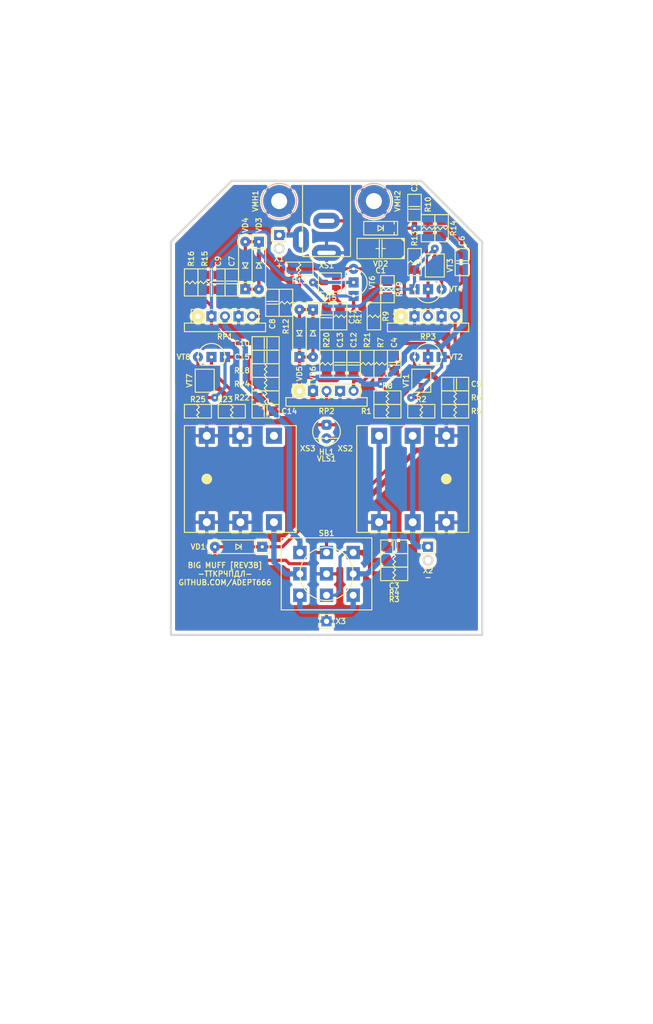
<source format=kicad_pcb>
(kicad_pcb (version 20171130) (host pcbnew 5.1.12-84ad8e8a86~92~ubuntu20.04.1)
  (title_block (title ТКП-1.30.B-4) (date 2025-05-05) (rev 3B) (company "Big Muff [REV3B] Bass SM") (comment 1 http://github.com/Adept666) (comment 2 "Igor Ivanov (Игорь Иванов)") (comment 3 -ТТКРЧПДЛ-) (comment 4 "This project is licensed under GNU General Public License v3.0 or later"))
  (layers (0 F.Cu signal) (31 B.Cu signal) (35 F.Paste user) (37 F.SilkS user) (38 B.Mask user) (39 F.Mask user) (44 Edge.Cuts user))
  (net 0 "")
  (net 1 COM)
  (net 2 "Net-(HL1-PadC)")
  (net 3 /LED)
  (net 4 "Net-(SB1-PadNC1)")
  (net 5 /IN-CON)
  (net 6 /OUT-CON)
  (net 7 /PP3-POS)
  (net 8 /PP3-NEG)
  (net 9 "Net-(C5-Pad2)")
  (net 10 "Net-(C6-Pad1)")
  (net 11 "Net-(C6-Pad2)")
  (net 12 "Net-(C7-Pad2)")
  (net 13 "Net-(C9-Pad2)")
  (net 14 "Net-(C10-Pad2)")
  (net 15 "Net-(C12-Pad2)")
  (net 16 "Net-(C13-Pad1)")
  (net 17 "Net-(C14-Pad1)")
  (net 18 "Net-(C15-Pad2)")
  (net 19 "Net-(C3-Pad1)")
  (net 20 V)
  (net 21 /IN-CIR)
  (net 22 /OUT-CIR)
  (net 23 "Net-(XS3-PadTN)")
  (net 24 "Net-(HL1-PadA)")
  (net 25 "Net-(R9-Pad2)")
  (net 26 "Net-(VD2-PadA)")
  (net 27 /1B)
  (net 28 /1C)
  (net 29 /2B)
  (net 30 /2C)
  (net 31 /3B)
  (net 32 /3C)
  (net 33 /4B)
  (net 34 /4C)
  (net 35 /1E)
  (net 36 /2E)
  (net 37 /3E)
  (net 38 /4E)
  (module SBEPL:ТКП-6.3.3.A1 (layer F.Cu) (at 105.41 148.59)
    (fp_text reference VE2 hide)
    (fp_text value ТКП-6.3.3.A1.A1.2-1.A1.00 hide)
  )
  (module SBEPL:ТКП-6.3.1.A2.A1.A (layer F.Cu) (at 105.41 148.59)
    (fp_text reference VE1 hide)
    (fp_text value ТКП-6.3.1.A2.A1.A.1-1 hide)
  )
  (module SBKCL-TH-ML:P-SOD-123-OR-DO-35-V2 (layer F.Cu) (at 88.9 162.56)
    (fp_text reference VD1 (at -6.0325 0) (layer F.SilkS) (effects (font (thickness 0.2)) (justify right)))
    (fp_text value X)
    (pad A smd rect (at -1.7 0) (size 1.6 0.8) (layers F.Cu F.Paste F.Mask) (net 3 /LED))
    (pad C smd rect (at 1.7 0) (size 1.6 0.8) (layers F.Cu F.Paste F.Mask) (net 24 "Net-(HL1-PadA)"))
    (pad A thru_hole circle (at -4.445 0) (size 1.9 1.9) (drill 0.6) (layers *.Cu *.Mask) (net 3 /LED))
    (pad C thru_hole rect (at 4.445 0) (size 1.9 1.9) (drill 0.6) (layers *.Cu *.Mask) (net 24 "Net-(HL1-PadA)"))
  )
  (module KCL-SM:R-SM-1206 (layer F.Cu) (at 116.84 137.16 180)
    (fp_text reference R1 (at 2.8575 0 180) (layer F.SilkS) (effects (font (thickness 0.2)) (justify right)))
    (fp_text value 0)
    (pad 1 smd rect (at -1.4 0 180) (size 1.6 1.8) (layers F.Cu F.Paste F.Mask) (net 20 V))
    (pad 2 smd rect (at 1.4 0 180) (size 1.6 1.8) (layers F.Cu F.Paste F.Mask) (net 24 "Net-(HL1-PadA)"))
  )
  (module SBKCL-TH-ML:RPB-18-1x17-1.6-PNL-7.4-2.8 (layer F.Cu) (at 124.46 108.15)
    (fp_text reference RP3 (at 0 15.04) (layer F.SilkS) (effects (font (thickness 0.2))))
    (fp_text value A100K)
    (pad 1 thru_hole circle (at -5.08 11.23) (size 1.9 1.9) (drill 1) (layers *.Cu *.Mask) (net 25 "Net-(R9-Pad2)"))
    (pad NC1 thru_hole rect (at -2.54 11.23) (size 1.9 1.9) (drill 0.9) (layers *.Cu *.Mask) (net 1 COM))
    (pad 2 thru_hole circle (at 0 11.23) (size 1.9 1.9) (drill 1) (layers *.Cu *.Mask) (net 10 "Net-(C6-Pad1)"))
    (pad NC2 thru_hole rect (at 2.54 11.23) (size 1.9 1.9) (drill 0.9) (layers *.Cu *.Mask) (net 1 COM))
    (pad 3 thru_hole circle (at 5.08 11.23) (size 1.9 1.9) (drill 1) (layers *.Cu *.Mask) (net 9 "Net-(C5-Pad2)"))
  )
  (module SBKCL-TH-ML:RPB-18-1x17-1.6-PNL-7.4-2.8 (layer F.Cu) (at 105.41 122.12)
    (fp_text reference RP2 (at 0 15.04) (layer F.SilkS) (effects (font (thickness 0.2))))
    (fp_text value B100K)
    (pad 1 thru_hole circle (at -5.08 11.23) (size 1.9 1.9) (drill 1) (layers *.Cu *.Mask) (net 16 "Net-(C13-Pad1)"))
    (pad NC1 thru_hole rect (at -2.54 11.23) (size 1.9 1.9) (drill 0.9) (layers *.Cu *.Mask) (net 20 V))
    (pad 2 thru_hole circle (at 0 11.23) (size 1.9 1.9) (drill 1) (layers *.Cu *.Mask) (net 17 "Net-(C14-Pad1)"))
    (pad NC2 thru_hole rect (at 2.54 11.23) (size 1.9 1.9) (drill 0.9) (layers *.Cu *.Mask) (net 1 COM))
    (pad 3 thru_hole circle (at 5.08 11.23) (size 1.9 1.9) (drill 1) (layers *.Cu *.Mask) (net 15 "Net-(C12-Pad2)"))
  )
  (module SBKCL-TH-ML:RPB-18-1x17-1.6-PNL-7.4-2.8 (layer F.Cu) (at 86.36 108.15)
    (fp_text reference RP1 (at 0 15.04) (layer F.SilkS) (effects (font (thickness 0.2))))
    (fp_text value A100K)
    (pad 1 thru_hole circle (at -5.08 11.23) (size 1.9 1.9) (drill 1) (layers *.Cu *.Mask) (net 1 COM))
    (pad NC1 thru_hole rect (at -2.54 11.23) (size 1.9 1.9) (drill 0.9) (layers *.Cu *.Mask) (net 31 /3B))
    (pad 2 thru_hole circle (at 0 11.23) (size 1.9 1.9) (drill 1) (layers *.Cu *.Mask) (net 22 /OUT-CIR))
    (pad NC2 thru_hole rect (at 2.54 11.23) (size 1.9 1.9) (drill 0.9) (layers *.Cu *.Mask) (net 1 COM))
    (pad 3 thru_hole circle (at 5.08 11.23) (size 1.9 1.9) (drill 1) (layers *.Cu *.Mask) (net 18 "Net-(C15-Pad2)"))
  )
  (module KCL-VIRTUAL:VFM-1.0-3.0-SL (layer F.Cu) (at 128.27 172.72)
    (fp_text reference VFM3 hide)
    (fp_text value 1.0 hide)
    (pad "" smd circle (at 0 0) (size 1 1) (layers F.Cu F.Mask) (clearance 1.1))
  )
  (module KCL-VIRTUAL:VFM-1.0-3.0-SL (layer F.Cu) (at 82.55 172.72)
    (fp_text reference VFM2 hide)
    (fp_text value 1.0 hide)
    (pad "" smd circle (at 0 0) (size 1 1) (layers F.Cu F.Mask) (clearance 1.1))
  )
  (module KCL-VIRTUAL:VFM-1.0-3.0-SL (layer F.Cu) (at 82.55 104.14)
    (fp_text reference VFM1 hide)
    (fp_text value 1.0 hide)
    (pad "" smd circle (at 0 0) (size 1 1) (layers F.Cu F.Mask) (clearance 1.1))
  )
  (module KCL-SM:P-SOT-23-B-E-C (layer F.Cu) (at 82.55 131.445 180)
    (fp_text reference VT7 (at 2.8575 0 270) (layer F.SilkS) (effects (font (thickness 0.2))))
    (fp_text value 847)
    (pad B smd rect (at -0.95 1.1 180) (size 1 1.4) (layers F.Cu F.Paste F.Mask) (net 33 /4B))
    (pad E smd rect (at 0.95 1.1 180) (size 1 1.4) (layers F.Cu F.Paste F.Mask) (net 38 /4E))
    (pad C smd rect (at 0 -1.1 180) (size 1 1.4) (layers F.Cu F.Paste F.Mask) (net 34 /4C))
  )
  (module KCL-SM:P-SOT-23-B-E-C (layer F.Cu) (at 106.045 113.03 90)
    (fp_text reference VT5 (at -2.8575 0 180) (layer F.SilkS) (effects (font (thickness 0.2))))
    (fp_text value 847)
    (pad B smd rect (at -0.95 1.1 90) (size 1 1.4) (layers F.Cu F.Paste F.Mask) (net 31 /3B))
    (pad E smd rect (at 0.95 1.1 90) (size 1 1.4) (layers F.Cu F.Paste F.Mask) (net 37 /3E))
    (pad C smd rect (at 0 -1.1 90) (size 1 1.4) (layers F.Cu F.Paste F.Mask) (net 32 /3C))
  )
  (module KCL-SM:P-SOT-23-B-E-C (layer F.Cu) (at 125.73 109.855)
    (fp_text reference VT3 (at 2.8575 0 90) (layer F.SilkS) (effects (font (thickness 0.2))))
    (fp_text value 847)
    (pad C smd rect (at 0 -1.1) (size 1 1.4) (layers F.Cu F.Paste F.Mask) (net 30 /2C))
    (pad E smd rect (at 0.95 1.1) (size 1 1.4) (layers F.Cu F.Paste F.Mask) (net 36 /2E))
    (pad B smd rect (at -0.95 1.1) (size 1 1.4) (layers F.Cu F.Paste F.Mask) (net 29 /2B))
  )
  (module KCL-SM:P-SOT-23-B-E-C (layer F.Cu) (at 123.19 131.445 180)
    (fp_text reference VT1 (at 2.8575 0 270) (layer F.SilkS) (effects (font (thickness 0.2))))
    (fp_text value 847)
    (pad B smd rect (at -0.95 1.1 180) (size 1 1.4) (layers F.Cu F.Paste F.Mask) (net 27 /1B))
    (pad E smd rect (at 0.95 1.1 180) (size 1 1.4) (layers F.Cu F.Paste F.Mask) (net 35 /1E))
    (pad C smd rect (at 0 -1.1 180) (size 1 1.4) (layers F.Cu F.Paste F.Mask) (net 28 /1C))
  )
  (module KCL-TH-ML:P-TO-92-E-B-C (layer F.Cu) (at 110.49 113.03 270)
    (fp_text reference VT6 (at 0 -3.4925 270) (layer F.SilkS) (effects (font (thickness 0.2))))
    (fp_text value 547)
    (pad E thru_hole circle (at -2.54 0 270) (size 1.9 1.9) (drill 0.6) (layers *.Cu *.Mask) (net 37 /3E))
    (pad B thru_hole rect (at 0 0 270) (size 1.9 1.9) (drill 0.6) (layers *.Cu *.Mask) (net 31 /3B))
    (pad C thru_hole rect (at 2.54 0 270) (size 1.9 1.9) (drill 0.6) (layers *.Cu *.Mask) (net 32 /3C))
  )
  (module KCL-TH-ML:P-TO-92-E-B-C (layer F.Cu) (at 124.46 114.3 180)
    (fp_text reference VT4 (at -3.81 0 180) (layer F.SilkS) (effects (font (thickness 0.2)) (justify left)))
    (fp_text value 547)
    (pad E thru_hole circle (at -2.54 0 180) (size 1.9 1.9) (drill 0.6) (layers *.Cu *.Mask) (net 36 /2E))
    (pad B thru_hole rect (at 0 0 180) (size 1.9 1.9) (drill 0.6) (layers *.Cu *.Mask) (net 29 /2B))
    (pad C thru_hole rect (at 2.54 0 180) (size 1.9 1.9) (drill 0.6) (layers *.Cu *.Mask) (net 30 /2C))
  )
  (module KCL-TH-ML:P-TO-92-E-B-C (layer F.Cu) (at 124.46 127)
    (fp_text reference VT2 (at 3.81 0) (layer F.SilkS) (effects (font (thickness 0.2)) (justify left)))
    (fp_text value 547)
    (pad E thru_hole circle (at -2.54 0) (size 1.9 1.9) (drill 0.6) (layers *.Cu *.Mask) (net 35 /1E))
    (pad B thru_hole rect (at 0 0) (size 1.9 1.9) (drill 0.6) (layers *.Cu *.Mask) (net 27 /1B))
    (pad C thru_hole rect (at 2.54 0) (size 1.9 1.9) (drill 0.6) (layers *.Cu *.Mask) (net 28 /1C))
  )
  (module KCL-TH-ML:P-TO-92-E-B-C (layer F.Cu) (at 83.82 127)
    (fp_text reference VT8 (at -3.81 0) (layer F.SilkS) (effects (font (thickness 0.2)) (justify right)))
    (fp_text value 547)
    (pad E thru_hole circle (at -2.54 0) (size 1.9 1.9) (drill 0.6) (layers *.Cu *.Mask) (net 38 /4E))
    (pad B thru_hole rect (at 0 0) (size 1.9 1.9) (drill 0.6) (layers *.Cu *.Mask) (net 33 /4B))
    (pad C thru_hole rect (at 2.54 0) (size 1.9 1.9) (drill 0.6) (layers *.Cu *.Mask) (net 34 /4C))
  )
  (module KCL-SM:C-SM-1206 (layer F.Cu) (at 85.09 113.03 270)
    (fp_text reference C9 (at -2.8575 0 270) (layer F.SilkS) (effects (font (thickness 0.2)) (justify left)))
    (fp_text value 104)
    (pad 2 smd rect (at 1.4 0 270) (size 1.6 1.8) (layers F.Cu F.Paste F.Mask) (net 13 "Net-(C9-Pad2)"))
    (pad 1 smd rect (at -1.4 0 270) (size 1.6 1.8) (layers F.Cu F.Paste F.Mask) (net 30 /2C))
  )
  (module KCL-SM:C-SM-1206 (layer F.Cu) (at 93.98 124.46)
    (fp_text reference C10 (at -2.8575 0) (layer F.SilkS) (effects (font (thickness 0.2)) (justify right)))
    (fp_text value 683)
    (pad 2 smd rect (at 1.4 0) (size 1.6 1.8) (layers F.Cu F.Paste F.Mask) (net 14 "Net-(C10-Pad2)"))
    (pad 1 smd rect (at -1.4 0) (size 1.6 1.8) (layers F.Cu F.Paste F.Mask) (net 31 /3B))
  )
  (module KCL-SM:C-SM-1206 (layer F.Cu) (at 87.63 113.03 90)
    (fp_text reference C7 (at 2.8575 0 90) (layer F.SilkS) (effects (font (thickness 0.2)) (justify left)))
    (fp_text value 683)
    (pad 2 smd rect (at 1.4 0 90) (size 1.6 1.8) (layers F.Cu F.Paste F.Mask) (net 12 "Net-(C7-Pad2)"))
    (pad 1 smd rect (at -1.4 0 90) (size 1.6 1.8) (layers F.Cu F.Paste F.Mask) (net 29 /2B))
  )
  (module KCL-SM:C-SM-1206 (layer F.Cu) (at 121.92 99.06 90)
    (fp_text reference C2 (at 2.8575 0 90) (layer F.SilkS) (effects (font (thickness 0.2)) (justify left)))
    (fp_text value 104)
    (pad 2 smd rect (at 1.4 0 90) (size 1.6 1.8) (layers F.Cu F.Paste F.Mask) (net 1 COM))
    (pad 1 smd rect (at -1.4 0 90) (size 1.6 1.8) (layers F.Cu F.Paste F.Mask) (net 20 V))
  )
  (module KCL-SM:C-SM-1206 (layer F.Cu) (at 130.81 109.22 90)
    (fp_text reference C6 (at 2.8575 0 90) (layer F.SilkS) (effects (font (thickness 0.2)) (justify left)))
    (fp_text value 104)
    (pad 2 smd rect (at 1.4 0 90) (size 1.6 1.8) (layers F.Cu F.Paste F.Mask) (net 11 "Net-(C6-Pad2)"))
    (pad 1 smd rect (at -1.4 0 90) (size 1.6 1.8) (layers F.Cu F.Paste F.Mask) (net 10 "Net-(C6-Pad1)"))
  )
  (module KCL-SM:C-SM-1206 (layer F.Cu) (at 107.95 128.27 90)
    (fp_text reference C13 (at 2.8575 0 90) (layer F.SilkS) (effects (font (thickness 0.2)) (justify left)))
    (fp_text value 103)
    (pad 1 smd rect (at -1.4 0 90) (size 1.6 1.8) (layers F.Cu F.Paste F.Mask) (net 16 "Net-(C13-Pad1)"))
    (pad 2 smd rect (at 1.4 0 90) (size 1.6 1.8) (layers F.Cu F.Paste F.Mask) (net 1 COM))
  )
  (module KCL-SM:C-SM-1206 (layer F.Cu) (at 110.49 128.27 270)
    (fp_text reference C12 (at -2.8575 0 270) (layer F.SilkS) (effects (font (thickness 0.2)) (justify left)))
    (fp_text value 332)
    (pad 2 smd rect (at 1.4 0 270) (size 1.6 1.8) (layers F.Cu F.Paste F.Mask) (net 15 "Net-(C12-Pad2)"))
    (pad 1 smd rect (at -1.4 0 270) (size 1.6 1.8) (layers F.Cu F.Paste F.Mask) (net 32 /3C))
  )
  (module KCL-SM:C-SM-1206 (layer F.Cu) (at 129.54 132.08)
    (fp_text reference C5 (at 2.8575 0) (layer F.SilkS) (effects (font (thickness 0.2)) (justify left)))
    (fp_text value 104)
    (pad 1 smd rect (at -1.4 0) (size 1.6 1.8) (layers F.Cu F.Paste F.Mask) (net 28 /1C))
    (pad 2 smd rect (at 1.4 0) (size 1.6 1.8) (layers F.Cu F.Paste F.Mask) (net 9 "Net-(C5-Pad2)"))
  )
  (module KCL-SM:C-SM-1206 (layer F.Cu) (at 93.98 127)
    (fp_text reference C15 (at -2.8575 0) (layer F.SilkS) (effects (font (thickness 0.2)) (justify right)))
    (fp_text value 104)
    (pad 2 smd rect (at 1.4 0) (size 1.6 1.8) (layers F.Cu F.Paste F.Mask) (net 18 "Net-(C15-Pad2)"))
    (pad 1 smd rect (at -1.4 0) (size 1.6 1.8) (layers F.Cu F.Paste F.Mask) (net 34 /4C))
  )
  (module KCL-SM:C-SM-1206 (layer F.Cu) (at 93.98 137.16 180)
    (fp_text reference C14 (at -2.8575 0 180) (layer F.SilkS) (effects (font (thickness 0.2)) (justify left)))
    (fp_text value 105)
    (pad 1 smd rect (at -1.4 0 180) (size 1.6 1.8) (layers F.Cu F.Paste F.Mask) (net 17 "Net-(C14-Pad1)"))
    (pad 2 smd rect (at 1.4 0 180) (size 1.6 1.8) (layers F.Cu F.Paste F.Mask) (net 33 /4B))
  )
  (module KCL-SM:C-SM-1206 (layer F.Cu) (at 118.11 162.56 180)
    (fp_text reference C3 (at 0 -7.3025 180) (layer F.SilkS) (effects (font (thickness 0.2))))
    (fp_text value 105)
    (pad 2 smd rect (at 1.4 0 180) (size 1.6 1.8) (layers F.Cu F.Paste F.Mask) (net 27 /1B))
    (pad 1 smd rect (at -1.4 0 180) (size 1.6 1.8) (layers F.Cu F.Paste F.Mask) (net 19 "Net-(C3-Pad1)"))
  )
  (module KCL-SM:R-SM-1206 (layer F.Cu) (at 118.11 167.64 180)
    (fp_text reference R3 (at 0 -4.7625 180) (layer F.SilkS) (effects (font (thickness 0.2))))
    (fp_text value 105)
    (pad 2 smd rect (at 1.4 0 180) (size 1.6 1.8) (layers F.Cu F.Paste F.Mask) (net 21 /IN-CIR))
    (pad 1 smd rect (at -1.4 0 180) (size 1.6 1.8) (layers F.Cu F.Paste F.Mask) (net 1 COM))
  )
  (module KCL-SM:CP-CTSMD-C (layer F.Cu) (at 115.57 106.68 180)
    (fp_text reference C1 (at 0 -4.1275 180) (layer F.SilkS) (effects (font (thickness 0.2))))
    (fp_text value 106)
    (pad - smd rect (at 2.5 0 180) (size 2.6 2.2) (layers F.Cu F.Paste F.Mask) (net 1 COM))
    (pad + smd rect (at -2.5 0 180) (size 2.6 2.2) (layers F.Cu F.Paste F.Mask) (net 20 V))
  )
  (module KCL-SM:P-SOD-123 (layer F.Cu) (at 115.57 102.87)
    (fp_text reference VD2 (at 0 6.6675) (layer F.SilkS) (effects (font (thickness 0.2))))
    (fp_text value 0520)
    (pad C smd rect (at 1.7 0) (size 1.6 0.8) (layers F.Cu F.Paste F.Mask) (net 20 V))
    (pad A smd rect (at -1.7 0) (size 1.6 0.8) (layers F.Cu F.Paste F.Mask) (net 26 "Net-(VD2-PadA)"))
  )
  (module SBKCL-TH-ML:P-SOD-123-OR-DO-35-V2 (layer F.Cu) (at 100.33 122.555 270)
    (fp_text reference VD5 (at 6.0325 0 270) (layer F.SilkS) (effects (font (thickness 0.2)) (justify right)))
    (fp_text value 4148)
    (pad A smd rect (at -1.7 0 270) (size 1.6 0.8) (layers F.Cu F.Paste F.Mask) (net 14 "Net-(C10-Pad2)"))
    (pad C smd rect (at 1.7 0 270) (size 1.6 0.8) (layers F.Cu F.Paste F.Mask) (net 32 /3C))
    (pad A thru_hole circle (at -4.445 0 270) (size 1.9 1.9) (drill 0.6) (layers *.Cu *.Mask) (net 14 "Net-(C10-Pad2)"))
    (pad C thru_hole rect (at 4.445 0 270) (size 1.9 1.9) (drill 0.6) (layers *.Cu *.Mask) (net 32 /3C))
  )
  (module SBKCL-TH-ML:P-SOD-123-OR-DO-35-V2 (layer F.Cu) (at 102.87 122.555 90)
    (fp_text reference VD6 (at -6.0325 0 90) (layer F.SilkS) (effects (font (thickness 0.2)) (justify right)))
    (fp_text value 4148)
    (pad A smd rect (at -1.7 0 90) (size 1.6 0.8) (layers F.Cu F.Paste F.Mask) (net 32 /3C))
    (pad C smd rect (at 1.7 0 90) (size 1.6 0.8) (layers F.Cu F.Paste F.Mask) (net 14 "Net-(C10-Pad2)"))
    (pad A thru_hole circle (at -4.445 0 90) (size 1.9 1.9) (drill 0.6) (layers *.Cu *.Mask) (net 32 /3C))
    (pad C thru_hole rect (at 4.445 0 90) (size 1.9 1.9) (drill 0.6) (layers *.Cu *.Mask) (net 14 "Net-(C10-Pad2)"))
  )
  (module SBKCL-TH-ML:P-SOD-123-OR-DO-35-V2 (layer F.Cu) (at 90.17 109.855 270)
    (fp_text reference VD4 (at -6.0325 0 270) (layer F.SilkS) (effects (font (thickness 0.2)) (justify left)))
    (fp_text value 4148)
    (pad A smd rect (at -1.7 0 270) (size 1.6 0.8) (layers F.Cu F.Paste F.Mask) (net 30 /2C))
    (pad C smd rect (at 1.7 0 270) (size 1.6 0.8) (layers F.Cu F.Paste F.Mask) (net 12 "Net-(C7-Pad2)"))
    (pad A thru_hole circle (at -4.445 0 270) (size 1.9 1.9) (drill 0.6) (layers *.Cu *.Mask) (net 30 /2C))
    (pad C thru_hole rect (at 4.445 0 270) (size 1.9 1.9) (drill 0.6) (layers *.Cu *.Mask) (net 12 "Net-(C7-Pad2)"))
  )
  (module SBKCL-TH-ML:P-SOD-123-OR-DO-35-V2 (layer F.Cu) (at 92.71 109.855 90)
    (fp_text reference VD3 (at 6.0325 0 90) (layer F.SilkS) (effects (font (thickness 0.2)) (justify left)))
    (fp_text value 4148)
    (pad A smd rect (at -1.7 0 90) (size 1.6 0.8) (layers F.Cu F.Paste F.Mask) (net 12 "Net-(C7-Pad2)"))
    (pad C smd rect (at 1.7 0 90) (size 1.6 0.8) (layers F.Cu F.Paste F.Mask) (net 30 /2C))
    (pad A thru_hole circle (at -4.445 0 90) (size 1.9 1.9) (drill 0.6) (layers *.Cu *.Mask) (net 12 "Net-(C7-Pad2)"))
    (pad C thru_hole rect (at 4.445 0 90) (size 1.9 1.9) (drill 0.6) (layers *.Cu *.Mask) (net 30 /2C))
  )
  (module SBKCL-TH-ML:CON-PJ-644C-IN-OR-OUT (layer F.Cu) (at 132.08 149.86 90)
    (fp_text reference XS2 (at 5.715 -21.59 180) (layer F.SilkS) (effects (font (thickness 0.2)) (justify right)))
    (fp_text value PJ-644C)
    (pad TN thru_hole rect (at -8.1 -16.8 90) (size 3 3) (drill 1.5) (layers *.Cu *.Mask) (net 1 COM))
    (pad RN thru_hole rect (at -8.1 -10.5 90) (size 3 3) (drill 1.5) (layers *.Cu *.Mask) (net 8 /PP3-NEG))
    (pad SN thru_hole rect (at -8.1 -4.2 90) (size 3 3) (drill 1.5) (layers *.Cu *.Mask) (net 1 COM))
    (pad T thru_hole rect (at 8.1 -16.8 90) (size 3 3) (drill 1.5) (layers *.Cu *.Mask) (net 5 /IN-CON))
    (pad R thru_hole rect (at 8.1 -10.5 90) (size 3 3) (drill 1.5) (layers *.Cu *.Mask) (net 8 /PP3-NEG))
    (pad S thru_hole rect (at 8.1 -4.2 90) (size 3 3) (drill 1.5) (layers *.Cu *.Mask) (net 1 COM))
  )
  (module SBKCL-TH-ML:CON-PJ-644C-IN-OR-OUT (layer F.Cu) (at 78.74 149.86 270)
    (fp_text reference XS3 (at -5.715 -21.59) (layer F.SilkS) (effects (font (thickness 0.2)) (justify left)))
    (fp_text value PJ-644C)
    (pad TN thru_hole rect (at -8.1 -16.8 270) (size 3 3) (drill 1.5) (layers *.Cu *.Mask) (net 23 "Net-(XS3-PadTN)"))
    (pad RN thru_hole rect (at -8.1 -10.5 270) (size 3 3) (drill 1.5) (layers *.Cu *.Mask) (net 1 COM))
    (pad SN thru_hole rect (at -8.1 -4.2 270) (size 3 3) (drill 1.5) (layers *.Cu *.Mask) (net 1 COM))
    (pad T thru_hole rect (at 8.1 -16.8 270) (size 3 3) (drill 1.5) (layers *.Cu *.Mask) (net 6 /OUT-CON))
    (pad R thru_hole rect (at 8.1 -10.5 270) (size 3 3) (drill 1.5) (layers *.Cu *.Mask) (net 1 COM))
    (pad S thru_hole rect (at 8.1 -4.2 270) (size 3 3) (drill 1.5) (layers *.Cu *.Mask) (net 1 COM))
  )
  (module SBKCL-TH-ML:CON-DC-005-9V-OVAL (layer F.Cu) (at 105.41 93.98 180)
    (fp_text reference XS1 (at 0 -15.875 180) (layer F.SilkS) (effects (font (thickness 0.2))))
    (fp_text value DC-005)
    (pad C thru_hole oval (at 0 -13.5 180) (size 5.5 3) (drill oval 3.5 0.8) (layers *.Cu *.Mask) (net 1 COM))
    (pad SN thru_hole oval (at 4.8 -11 180) (size 3 5) (drill oval 0.8 3) (layers *.Cu *.Mask) (net 7 /PP3-POS))
    (pad S thru_hole oval (at 0 -7.5 180) (size 5 3) (drill oval 3 0.8) (layers *.Cu *.Mask) (net 26 "Net-(VD2-PadA)"))
  )
  (module KCL-TH-ML:LED-ROUND-05.0-UNI-SH-SPACER-PNL-5.3 (layer F.Cu) (at 105.41 140.97 90)
    (fp_text reference HL1 (at -3.81 0 180) (layer F.SilkS) (effects (font (thickness 0.2))))
    (fp_text value FYL-5013UWC)
    (pad C thru_hole circle (at -1.27 0 90) (size 1.9 1.9) (drill 0.7) (layers *.Cu *.Mask) (net 2 "Net-(HL1-PadC)"))
    (pad A thru_hole roundrect (at 1.27 0 90) (size 1.9 1.9) (drill 0.7) (layers *.Cu *.Mask) (roundrect_rratio 0.3) (net 24 "Net-(HL1-PadA)"))
  )
  (module KCL-VIRTUAL:VLS-BR-P (layer F.Cu) (at 105.41 140.97 90)
    (fp_text reference VLS1 (at -5.08 0 180) (layer F.SilkS) (effects (font (thickness 0.2))))
    (fp_text value BR-17.8)
  )
  (module KCL-TH-ML:SW-PBS-24-302SP-2.5-PNL-13.0 (layer F.Cu) (at 105.41 167.64)
    (fp_text reference SB1 (at 0 -7.62) (layer F.SilkS) (effects (font (thickness 0.2))))
    (fp_text value PBS-24-302SP)
    (pad COM3 thru_hole rect (at 5 0) (size 2.5 2.5) (drill 1.3) (layers *.Cu *.Mask) (net 5 /IN-CON))
    (pad NC3 thru_hole rect (at 5 4) (size 2.5 2.5) (drill 1.3) (layers *.Cu *.Mask) (net 4 "Net-(SB1-PadNC1)"))
    (pad NO3 thru_hole rect (at 5 -4) (size 2.5 2.5) (drill 1.3) (layers *.Cu *.Mask) (net 21 /IN-CIR))
    (pad COM2 thru_hole rect (at 0 0) (size 2.5 2.5) (drill 1.3) (layers *.Cu *.Mask) (net 1 COM))
    (pad NC2 thru_hole rect (at 0 4) (size 2.5 2.5) (drill 1.3) (layers *.Cu *.Mask) (net 21 /IN-CIR))
    (pad NO2 thru_hole rect (at 0 -4) (size 2.5 2.5) (drill 1.3) (layers *.Cu *.Mask) (net 3 /LED))
    (pad NO1 thru_hole rect (at -5 -4) (size 2.5 2.5) (drill 1.3) (layers *.Cu *.Mask) (net 22 /OUT-CIR))
    (pad COM1 thru_hole rect (at -5 0) (size 2.5 2.5) (drill 1.3) (layers *.Cu *.Mask) (net 6 /OUT-CON))
    (pad NC1 thru_hole rect (at -5 4) (size 2.5 2.5) (drill 1.3) (layers *.Cu *.Mask) (net 4 "Net-(SB1-PadNC1)"))
  )
  (module KCL-TH-ML:VMH-STA-DA5-PNL-3.0 (layer F.Cu) (at 114.3 97.79)
    (fp_text reference VMH2 (at 4.445 0 90) (layer F.SilkS) (effects (font (thickness 0.2))))
    (fp_text value DI5M3x20)
    (pad 0 thru_hole circle (at 0 0) (size 6 6) (drill 3) (layers *.Cu *.Mask) (net 1 COM))
  )
  (module KCL-TH-ML:VMH-STA-DA5-PNL-3.0 (layer F.Cu) (at 96.52 97.79)
    (fp_text reference VMH1 (at -4.445 0 90) (layer F.SilkS) (effects (font (thickness 0.2))))
    (fp_text value DI5M3x20)
    (pad 0 thru_hole circle (at 0 0) (size 6 6) (drill 3) (layers *.Cu *.Mask) (net 1 COM))
  )
  (module KCL-TH-ML:CON-PAD-S-1.0-1.9 (layer F.Cu) (at 124.46 162.56)
    (fp_text reference X2 (at 0 4.445) (layer F.SilkS) (effects (font (thickness 0.2))))
    (fp_text value X)
    (pad 1 thru_hole rect (at 0 0) (size 1.9 1.9) (drill 1) (layers *.Cu *.Mask) (net 8 /PP3-NEG))
  )
  (module KCL-TH-ML:CON-PAD-S-1.0-1.9 (layer F.Cu) (at 96.52 104.14)
    (fp_text reference X1 (at 0 4.445) (layer F.SilkS) (effects (font (thickness 0.2))))
    (fp_text value X)
    (pad 1 thru_hole rect (at 0 0) (size 1.9 1.9) (drill 1) (layers *.Cu *.Mask) (net 7 /PP3-POS))
  )
  (module KCL-TH-ML:CON-PAD-S-1.0-1.9 (layer F.Cu) (at 105.41 176.53)
    (fp_text reference X3 (at 1.5875 0) (layer F.SilkS) (effects (font (thickness 0.2)) (justify left)))
    (fp_text value X)
    (pad 1 thru_hole rect (at 0 0) (size 1.9 1.9) (drill 1) (layers *.Cu *.Mask) (net 1 COM))
  )
  (module KCL-VIRTUAL:B-PP3-HV (layer F.Cu) (at 105.41 187.96)
    (fp_text reference GB1 hide)
    (fp_text value X hide)
  )
  (module KCL-SM:C-SM-1206 (layer F.Cu) (at 95.25 116.84 90)
    (fp_text reference C8 (at -2.8575 0 90) (layer F.SilkS) (effects (font (thickness 0.2)) (justify right)))
    (fp_text value 471)
    (pad 2 smd rect (at 1.4 0 90) (size 1.6 1.8) (layers F.Cu F.Paste F.Mask) (net 30 /2C))
    (pad 1 smd rect (at -1.4 0 90) (size 1.6 1.8) (layers F.Cu F.Paste F.Mask) (net 29 /2B))
  )
  (module KCL-SM:C-SM-1206 (layer F.Cu) (at 105.41 119.38 270)
    (fp_text reference C11 (at 0 -4.7625 270) (layer F.SilkS) (effects (font (thickness 0.2))))
    (fp_text value 471)
    (pad 1 smd rect (at -1.4 0 270) (size 1.6 1.8) (layers F.Cu F.Paste F.Mask) (net 31 /3B))
    (pad 2 smd rect (at 1.4 0 270) (size 1.6 1.8) (layers F.Cu F.Paste F.Mask) (net 32 /3C))
  )
  (module KCL-SM:C-SM-1206 (layer F.Cu) (at 118.11 128.27 270)
    (fp_text reference C4 (at -2.8575 0 270) (layer F.SilkS) (effects (font (thickness 0.2)) (justify left)))
    (fp_text value 471)
    (pad 1 smd rect (at -1.4 0 270) (size 1.6 1.8) (layers F.Cu F.Paste F.Mask) (net 27 /1B))
    (pad 2 smd rect (at 1.4 0 270) (size 1.6 1.8) (layers F.Cu F.Paste F.Mask) (net 28 /1C))
  )
  (module KCL-SM:R-SM-1206 (layer F.Cu) (at 129.54 134.62)
    (fp_text reference R6 (at 2.8575 0) (layer F.SilkS) (effects (font (thickness 0.2)) (justify left)))
    (fp_text value 474)
    (pad 2 smd rect (at 1.4 0) (size 1.6 1.8) (layers F.Cu F.Paste F.Mask) (net 28 /1C))
    (pad 1 smd rect (at -1.4 0) (size 1.6 1.8) (layers F.Cu F.Paste F.Mask) (net 27 /1B))
  )
  (module KCL-SM:R-SM-1206 (layer F.Cu) (at 129.54 137.16 180)
    (fp_text reference R5 (at -2.8575 0 180) (layer F.SilkS) (effects (font (thickness 0.2)) (justify left)))
    (fp_text value 104)
    (pad 1 smd rect (at -1.4 0 180) (size 1.6 1.8) (layers F.Cu F.Paste F.Mask) (net 1 COM))
    (pad 2 smd rect (at 1.4 0 180) (size 1.6 1.8) (layers F.Cu F.Paste F.Mask) (net 27 /1B))
  )
  (module KCL-SM:R-SM-1206 (layer F.Cu) (at 118.11 165.1)
    (fp_text reference R4 (at 0 6.0325) (layer F.SilkS) (effects (font (thickness 0.2))))
    (fp_text value 393)
    (pad 2 smd rect (at 1.4 0) (size 1.6 1.8) (layers F.Cu F.Paste F.Mask) (net 19 "Net-(C3-Pad1)"))
    (pad 1 smd rect (at -1.4 0) (size 1.6 1.8) (layers F.Cu F.Paste F.Mask) (net 21 /IN-CIR))
  )
  (module KCL-SM:R-SM-1206 (layer F.Cu) (at 115.57 128.27 270)
    (fp_text reference R7 (at -2.8575 0 270) (layer F.SilkS) (effects (font (thickness 0.2)) (justify left)))
    (fp_text value 123)
    (pad 2 smd rect (at 1.4 0 270) (size 1.6 1.8) (layers F.Cu F.Paste F.Mask) (net 20 V))
    (pad 1 smd rect (at -1.4 0 270) (size 1.6 1.8) (layers F.Cu F.Paste F.Mask) (net 28 /1C))
  )
  (module KCL-SM:R-SM-1206 (layer F.Cu) (at 113.03 128.27 90)
    (fp_text reference R21 (at 2.8575 0 90) (layer F.SilkS) (effects (font (thickness 0.2)) (justify left)))
    (fp_text value 223)
    (pad 1 smd rect (at -1.4 0 90) (size 1.6 1.8) (layers F.Cu F.Paste F.Mask) (net 15 "Net-(C12-Pad2)"))
    (pad 2 smd rect (at 1.4 0 90) (size 1.6 1.8) (layers F.Cu F.Paste F.Mask) (net 1 COM))
  )
  (module KCL-SM:R-SM-1206 (layer F.Cu) (at 116.84 134.62)
    (fp_text reference R8 (at 0 -2.2225) (layer F.SilkS) (effects (font (thickness 0.2))))
    (fp_text value 391)
    (pad 1 smd rect (at -1.4 0) (size 1.6 1.8) (layers F.Cu F.Paste F.Mask) (net 1 COM))
    (pad 2 smd rect (at 1.4 0) (size 1.6 1.8) (layers F.Cu F.Paste F.Mask) (net 35 /1E))
  )
  (module KCL-SM:R-SM-1206 (layer F.Cu) (at 127 102.87 270)
    (fp_text reference R14 (at 0 -2.2225 270) (layer F.SilkS) (effects (font (thickness 0.2))))
    (fp_text value 391)
    (pad 2 smd rect (at 1.4 0 270) (size 1.6 1.8) (layers F.Cu F.Paste F.Mask) (net 36 /2E))
    (pad 1 smd rect (at -1.4 0 270) (size 1.6 1.8) (layers F.Cu F.Paste F.Mask) (net 1 COM))
  )
  (module KCL-SM:R-SM-1206 (layer F.Cu) (at 100.33 110.49)
    (fp_text reference R11 (at 0 2.2225) (layer F.SilkS) (effects (font (thickness 0.2))))
    (fp_text value 104)
    (pad 1 smd rect (at -1.4 0) (size 1.6 1.8) (layers F.Cu F.Paste F.Mask) (net 1 COM))
    (pad 2 smd rect (at 1.4 0) (size 1.6 1.8) (layers F.Cu F.Paste F.Mask) (net 29 /2B))
  )
  (module KCL-SM:R-SM-1206 (layer F.Cu) (at 124.46 102.87 270)
    (fp_text reference R10 (at -2.8575 0 270) (layer F.SilkS) (effects (font (thickness 0.2)) (justify left)))
    (fp_text value 103)
    (pad 2 smd rect (at 1.4 0 270) (size 1.6 1.8) (layers F.Cu F.Paste F.Mask) (net 29 /2B))
    (pad 1 smd rect (at -1.4 0 270) (size 1.6 1.8) (layers F.Cu F.Paste F.Mask) (net 11 "Net-(C6-Pad2)"))
  )
  (module KCL-SM:R-SM-1206 (layer F.Cu) (at 114.3 119.38 90)
    (fp_text reference R9 (at 0 2.2225 90) (layer F.SilkS) (effects (font (thickness 0.2))))
    (fp_text value 102)
    (pad 2 smd rect (at 1.4 0 90) (size 1.6 1.8) (layers F.Cu F.Paste F.Mask) (net 25 "Net-(R9-Pad2)"))
    (pad 1 smd rect (at -1.4 0 90) (size 1.6 1.8) (layers F.Cu F.Paste F.Mask) (net 1 COM))
  )
  (module KCL-SM:R-SM-1206 (layer F.Cu) (at 80.01 113.03 270)
    (fp_text reference R16 (at -2.8575 0 270) (layer F.SilkS) (effects (font (thickness 0.2)) (justify left)))
    (fp_text value 104)
    (pad 1 smd rect (at -1.4 0 270) (size 1.6 1.8) (layers F.Cu F.Paste F.Mask) (net 1 COM))
    (pad 2 smd rect (at 1.4 0 270) (size 1.6 1.8) (layers F.Cu F.Paste F.Mask) (net 31 /3B))
  )
  (module KCL-SM:R-SM-1206 (layer F.Cu) (at 116.84 114.3 90)
    (fp_text reference R19 (at 0 2.2225 90) (layer F.SilkS) (effects (font (thickness 0.2))))
    (fp_text value 391)
    (pad 1 smd rect (at -1.4 0 90) (size 1.6 1.8) (layers F.Cu F.Paste F.Mask) (net 1 COM))
    (pad 2 smd rect (at 1.4 0 90) (size 1.6 1.8) (layers F.Cu F.Paste F.Mask) (net 37 /3E))
  )
  (module KCL-SM:R-SM-1206 (layer F.Cu) (at 121.92 109.22 90)
    (fp_text reference R13 (at 2.8575 0 90) (layer F.SilkS) (effects (font (thickness 0.2)) (justify left)))
    (fp_text value 123)
    (pad 2 smd rect (at 1.4 0 90) (size 1.6 1.8) (layers F.Cu F.Paste F.Mask) (net 20 V))
    (pad 1 smd rect (at -1.4 0 90) (size 1.6 1.8) (layers F.Cu F.Paste F.Mask) (net 30 /2C))
  )
  (module KCL-SM:R-SM-1206 (layer F.Cu) (at 97.79 116.84 90)
    (fp_text reference R12 (at -2.8575 0 90) (layer F.SilkS) (effects (font (thickness 0.2)) (justify right)))
    (fp_text value 474)
    (pad 1 smd rect (at -1.4 0 90) (size 1.6 1.8) (layers F.Cu F.Paste F.Mask) (net 29 /2B))
    (pad 2 smd rect (at 1.4 0 90) (size 1.6 1.8) (layers F.Cu F.Paste F.Mask) (net 30 /2C))
  )
  (module KCL-SM:R-SM-1206 (layer F.Cu) (at 107.95 119.38 270)
    (fp_text reference R17 (at 0 -3.4925 270) (layer F.SilkS) (effects (font (thickness 0.2))))
    (fp_text value 474)
    (pad 1 smd rect (at -1.4 0 270) (size 1.6 1.8) (layers F.Cu F.Paste F.Mask) (net 31 /3B))
    (pad 2 smd rect (at 1.4 0 270) (size 1.6 1.8) (layers F.Cu F.Paste F.Mask) (net 32 /3C))
  )
  (module KCL-SM:R-SM-1206 (layer F.Cu) (at 82.55 113.03 270)
    (fp_text reference R15 (at -2.8575 0 270) (layer F.SilkS) (effects (font (thickness 0.2)) (justify left)))
    (fp_text value 103)
    (pad 2 smd rect (at 1.4 0 270) (size 1.6 1.8) (layers F.Cu F.Paste F.Mask) (net 31 /3B))
    (pad 1 smd rect (at -1.4 0 270) (size 1.6 1.8) (layers F.Cu F.Paste F.Mask) (net 13 "Net-(C9-Pad2)"))
  )
  (module KCL-SM:R-SM-1206 (layer F.Cu) (at 105.41 128.27 270)
    (fp_text reference R20 (at -2.8575 0 270) (layer F.SilkS) (effects (font (thickness 0.2)) (justify left)))
    (fp_text value 223)
    (pad 1 smd rect (at -1.4 0 270) (size 1.6 1.8) (layers F.Cu F.Paste F.Mask) (net 32 /3C))
    (pad 2 smd rect (at 1.4 0 270) (size 1.6 1.8) (layers F.Cu F.Paste F.Mask) (net 16 "Net-(C13-Pad1)"))
  )
  (module KCL-SM:R-SM-1206 (layer F.Cu) (at 93.98 129.54 180)
    (fp_text reference R18 (at 2.8575 0 180) (layer F.SilkS) (effects (font (thickness 0.2)) (justify right)))
    (fp_text value 123)
    (pad 2 smd rect (at 1.4 0 180) (size 1.6 1.8) (layers F.Cu F.Paste F.Mask) (net 20 V))
    (pad 1 smd rect (at -1.4 0 180) (size 1.6 1.8) (layers F.Cu F.Paste F.Mask) (net 32 /3C))
  )
  (module KCL-SM:R-SM-1206 (layer F.Cu) (at 93.98 132.08)
    (fp_text reference R24 (at -2.8575 0) (layer F.SilkS) (effects (font (thickness 0.2)) (justify right)))
    (fp_text value 103)
    (pad 1 smd rect (at -1.4 0) (size 1.6 1.8) (layers F.Cu F.Paste F.Mask) (net 34 /4C))
    (pad 2 smd rect (at 1.4 0) (size 1.6 1.8) (layers F.Cu F.Paste F.Mask) (net 20 V))
  )
  (module KCL-SM:R-SM-1206 (layer F.Cu) (at 93.98 134.62)
    (fp_text reference R22 (at -2.8575 0) (layer F.SilkS) (effects (font (thickness 0.2)) (justify right)))
    (fp_text value 474)
    (pad 1 smd rect (at -1.4 0) (size 1.6 1.8) (layers F.Cu F.Paste F.Mask) (net 33 /4B))
    (pad 2 smd rect (at 1.4 0) (size 1.6 1.8) (layers F.Cu F.Paste F.Mask) (net 20 V))
  )
  (module KCL-SM:R-SM-1206 (layer F.Cu) (at 87.63 137.16)
    (fp_text reference R23 (at -1.27 -2.2225) (layer F.SilkS) (effects (font (thickness 0.2))))
    (fp_text value 104)
    (pad 2 smd rect (at 1.4 0) (size 1.6 1.8) (layers F.Cu F.Paste F.Mask) (net 33 /4B))
    (pad 1 smd rect (at -1.4 0) (size 1.6 1.8) (layers F.Cu F.Paste F.Mask) (net 1 COM))
  )
  (module KCL-SM:R-SM-1206 (layer F.Cu) (at 81.28 137.16 180)
    (fp_text reference R25 (at 0 2.2225 180) (layer F.SilkS) (effects (font (thickness 0.2))))
    (fp_text value 272)
    (pad 1 smd rect (at -1.4 0 180) (size 1.6 1.8) (layers F.Cu F.Paste F.Mask) (net 1 COM))
    (pad 2 smd rect (at 1.4 0 180) (size 1.6 1.8) (layers F.Cu F.Paste F.Mask) (net 38 /4E))
  )
  (module KCL-SM:R-SM-1206 (layer F.Cu) (at 123.19 137.16 180)
    (fp_text reference R2 (at 0 2.2225 180) (layer F.SilkS) (effects (font (thickness 0.2))))
    (fp_text value 103)
    (pad 1 smd rect (at -1.4 0 180) (size 1.6 1.8) (layers F.Cu F.Paste F.Mask) (net 3 /LED))
    (pad 2 smd rect (at 1.4 0 180) (size 1.6 1.8) (layers F.Cu F.Paste F.Mask) (net 2 "Net-(HL1-PadC)"))
  )
  (gr_text - (at 124.46 168.275) (layer F.SilkS) (effects (font (size 1 1) (thickness 0.2))))
  (gr_text + (at 96.52 109.855) (layer F.SilkS) (effects (font (size 1 1) (thickness 0.2))))
  (gr_text "BIG MUFF [REV3B]\n-ТТКРЧПДЛ-\nGITHUB.COM/ADEPT666" (at 86.36 167.64) (layer F.SilkS) (effects (font (size 1 1) (thickness 0.2))))
  (gr_circle (center 124.46 165.1) (end 125.31 165.1) (layer Edge.Cuts) (width 0.4))
  (gr_circle (center 96.52 106.68) (end 97.37 106.68) (layer Edge.Cuts) (width 0.4))
  (gr_line (start 123.19 93.98) (end 134.62 105.41) (layer Edge.Cuts) (width 0.4))
  (gr_line (start 76.2 105.41) (end 87.63 93.98) (layer Edge.Cuts) (width 0.4))
  (gr_line (start 134.62 105.41) (end 134.62 179.07) (layer Edge.Cuts) (width 0.4))
  (gr_line (start 76.2 105.41) (end 76.2 179.07) (layer Edge.Cuts) (width 0.4))
  (gr_line (start 76.2 179.07) (end 134.62 179.07) (layer Edge.Cuts) (width 0.4))
  (gr_line (start 87.63 93.98) (end 123.19 93.98) (layer Edge.Cuts) (width 0.4))
  (segment (start 120.65 137.16) (end 121.79 137.16) (width 0.6) (layer F.Cu) (net 2))
  (segment (start 120.015 137.795) (end 120.65 137.16) (width 0.6) (layer F.Cu) (net 2))
  (segment (start 120.015 138.1125) (end 120.015 137.795) (width 0.6) (layer F.Cu) (net 2))
  (segment (start 119.0625 139.065) (end 120.015 138.1125) (width 0.6) (layer F.Cu) (net 2))
  (segment (start 113.665 139.065) (end 119.0625 139.065) (width 0.6) (layer F.Cu) (net 2))
  (segment (start 110.49 142.24) (end 113.665 139.065) (width 0.6) (layer F.Cu) (net 2))
  (segment (start 105.41 142.24) (end 110.49 142.24) (width 0.6) (layer F.Cu) (net 2))
  (segment (start 87.2 162.56) (end 84.455 162.56) (width 0.6) (layer F.Cu) (net 3))
  (segment (start 103.315 163.64) (end 105.41 163.64) (width 0.6) (layer F.Cu) (net 3))
  (segment (start 102.87 164.085) (end 103.315 163.64) (width 0.6) (layer F.Cu) (net 3))
  (segment (start 102.87 165.1) (end 102.87 164.085) (width 0.6) (layer F.Cu) (net 3))
  (segment (start 102.235 165.735) (end 102.87 165.1) (width 0.6) (layer F.Cu) (net 3))
  (segment (start 98.425 165.735) (end 102.235 165.735) (width 0.6) (layer F.Cu) (net 3))
  (segment (start 97.79 165.1) (end 98.425 165.735) (width 0.6) (layer F.Cu) (net 3))
  (segment (start 85.09 165.1) (end 97.79 165.1) (width 0.6) (layer F.Cu) (net 3))
  (segment (start 84.455 164.465) (end 85.09 165.1) (width 0.6) (layer F.Cu) (net 3))
  (segment (start 84.455 162.56) (end 84.455 164.465) (width 0.6) (layer F.Cu) (net 3))
  (segment (start 123.19 137.16) (end 124.59 137.16) (width 0.6) (layer F.Cu) (net 3))
  (segment (start 120.3325 139.065) (end 122.555 139.065) (width 0.6) (layer F.Cu) (net 3))
  (segment (start 118.745 140.6525) (end 120.3325 139.065) (width 0.6) (layer F.Cu) (net 3))
  (segment (start 123.19 138.43) (end 123.19 137.16) (width 0.6) (layer F.Cu) (net 3))
  (segment (start 118.745 146.05) (end 118.745 140.6525) (width 0.6) (layer F.Cu) (net 3))
  (segment (start 122.555 139.065) (end 123.19 138.43) (width 0.6) (layer F.Cu) (net 3))
  (segment (start 105.41 159.385) (end 118.745 146.05) (width 0.6) (layer F.Cu) (net 3))
  (segment (start 105.41 163.64) (end 105.41 159.385) (width 0.6) (layer F.Cu) (net 3))
  (segment (start 110.41 174.14) (end 110.41 171.64) (width 1) (layer B.Cu) (net 4))
  (segment (start 109.925 174.625) (end 110.41 174.14) (width 1) (layer B.Cu) (net 4))
  (segment (start 100.895 174.625) (end 109.925 174.625) (width 1) (layer B.Cu) (net 4))
  (segment (start 100.41 174.14) (end 100.895 174.625) (width 1) (layer B.Cu) (net 4))
  (segment (start 100.41 171.64) (end 100.41 174.14) (width 1) (layer B.Cu) (net 4))
  (segment (start 113.03 167.64) (end 110.41 167.64) (width 1) (layer B.Cu) (net 5))
  (segment (start 118.11 162.56) (end 113.03 167.64) (width 1) (layer B.Cu) (net 5))
  (segment (start 118.11 156.21) (end 118.11 162.56) (width 1) (layer B.Cu) (net 5))
  (segment (start 115.28 153.38) (end 118.11 156.21) (width 1) (layer B.Cu) (net 5))
  (segment (start 115.28 141.76) (end 115.28 153.38) (width 1) (layer B.Cu) (net 5))
  (segment (start 100.41 167.64) (end 97.79 167.64) (width 1) (layer B.Cu) (net 6))
  (segment (start 95.54 165.39) (end 97.79 167.64) (width 1) (layer B.Cu) (net 6))
  (segment (start 95.54 157.96) (end 95.54 165.39) (width 1) (layer B.Cu) (net 6))
  (segment (start 100.61 104.14) (end 96.52 104.14) (width 1) (layer B.Cu) (net 7))
  (segment (start 100.61 104.98) (end 100.61 104.14) (width 1) (layer B.Cu) (net 7))
  (segment (start 121.58 141.76) (end 121.58 157.96) (width 1) (layer B.Cu) (net 8))
  (segment (start 121.58 157.96) (end 121.58 161.585) (width 1) (layer B.Cu) (net 8))
  (segment (start 121.58 161.585) (end 122.555 162.56) (width 1) (layer B.Cu) (net 8))
  (segment (start 122.555 162.56) (end 124.46 162.56) (width 1) (layer B.Cu) (net 8))
  (segment (start 132.08 132.08) (end 130.94 132.08) (width 0.6) (layer F.Cu) (net 9))
  (segment (start 132.715 128.905) (end 132.715 131.445) (width 0.6) (layer F.Cu) (net 9))
  (segment (start 129.54 125.73) (end 132.715 128.905) (width 0.6) (layer F.Cu) (net 9))
  (segment (start 132.715 131.445) (end 132.08 132.08) (width 0.6) (layer F.Cu) (net 9))
  (segment (start 129.54 119.38) (end 129.54 125.73) (width 0.6) (layer F.Cu) (net 9))
  (segment (start 130.81 110.62) (end 130.81 113.03) (width 0.6) (layer F.Cu) (net 10))
  (segment (start 127.635 116.205) (end 125.73 116.205) (width 0.6) (layer F.Cu) (net 10))
  (segment (start 130.81 113.03) (end 127.635 116.205) (width 0.6) (layer F.Cu) (net 10))
  (segment (start 124.46 117.475) (end 124.46 119.38) (width 0.6) (layer F.Cu) (net 10))
  (segment (start 125.73 116.205) (end 124.46 117.475) (width 0.6) (layer F.Cu) (net 10))
  (segment (start 130.81 105.41) (end 130.81 107.82) (width 0.6) (layer F.Cu) (net 11))
  (segment (start 128.27 102.87) (end 130.81 105.41) (width 0.6) (layer F.Cu) (net 11))
  (segment (start 124.46 102.87) (end 128.27 102.87) (width 0.6) (layer F.Cu) (net 11))
  (segment (start 124.46 101.47) (end 124.46 102.87) (width 0.6) (layer F.Cu) (net 11))
  (segment (start 90.17 114.3) (end 92.71 114.3) (width 0.6) (layer F.Cu) (net 12))
  (segment (start 90.17 111.555) (end 90.17 114.3) (width 0.6) (layer F.Cu) (net 12))
  (segment (start 92.71 111.555) (end 92.71 114.3) (width 0.6) (layer F.Cu) (net 12))
  (segment (start 87.63 110.49) (end 88.265 109.855) (width 0.6) (layer F.Cu) (net 12))
  (segment (start 87.63 111.63) (end 87.63 110.49) (width 0.6) (layer F.Cu) (net 12))
  (segment (start 89.8525 109.855) (end 90.17 110.1725) (width 0.6) (layer F.Cu) (net 12))
  (segment (start 90.17 110.1725) (end 90.17 111.555) (width 0.6) (layer F.Cu) (net 12))
  (segment (start 88.265 109.855) (end 89.8525 109.855) (width 0.6) (layer F.Cu) (net 12))
  (segment (start 82.55 111.63) (end 82.55 113.03) (width 0.6) (layer F.Cu) (net 13))
  (segment (start 82.55 113.03) (end 85.09 113.03) (width 0.6) (layer F.Cu) (net 13))
  (segment (start 85.09 114.43) (end 85.09 113.03) (width 0.6) (layer F.Cu) (net 13))
  (segment (start 100.33 118.11) (end 102.87 118.11) (width 0.6) (layer F.Cu) (net 14))
  (segment (start 100.33 120.855) (end 100.33 118.11) (width 0.6) (layer F.Cu) (net 14))
  (segment (start 102.87 120.855) (end 102.87 118.11) (width 0.6) (layer F.Cu) (net 14))
  (segment (start 97.155 124.46) (end 95.38 124.46) (width 0.6) (layer F.Cu) (net 14))
  (segment (start 98.425 123.19) (end 97.155 124.46) (width 0.6) (layer F.Cu) (net 14))
  (segment (start 98.425 121.92) (end 98.425 123.19) (width 0.6) (layer F.Cu) (net 14))
  (segment (start 99.49 120.855) (end 98.425 121.92) (width 0.6) (layer F.Cu) (net 14))
  (segment (start 100.33 120.855) (end 99.49 120.855) (width 0.6) (layer F.Cu) (net 14))
  (segment (start 113.03 129.67) (end 113.03 130.81) (width 0.6) (layer F.Cu) (net 15))
  (segment (start 113.03 130.81) (end 112.395 131.445) (width 0.6) (layer F.Cu) (net 15))
  (segment (start 110.49 131.445) (end 112.395 131.445) (width 0.6) (layer F.Cu) (net 15))
  (segment (start 110.49 129.67) (end 110.49 131.445) (width 0.6) (layer F.Cu) (net 15))
  (segment (start 110.49 131.445) (end 110.49 133.35) (width 0.6) (layer F.Cu) (net 15))
  (segment (start 105.41 129.67) (end 105.41 131.445) (width 0.6) (layer F.Cu) (net 16))
  (segment (start 107.95 129.67) (end 107.95 130.81) (width 0.6) (layer F.Cu) (net 16))
  (segment (start 107.95 130.81) (end 107.315 131.445) (width 0.6) (layer F.Cu) (net 16))
  (segment (start 105.41 131.445) (end 107.315 131.445) (width 0.6) (layer F.Cu) (net 16))
  (segment (start 100.33 133.35) (end 100.33 131.445) (width 0.6) (layer F.Cu) (net 16))
  (segment (start 100.33 131.445) (end 100.965 130.81) (width 0.6) (layer F.Cu) (net 16))
  (segment (start 105.41 131.445) (end 104.14 131.445) (width 0.6) (layer F.Cu) (net 16))
  (segment (start 104.14 131.445) (end 103.505 130.81) (width 0.6) (layer F.Cu) (net 16))
  (segment (start 100.965 130.81) (end 103.505 130.81) (width 0.6) (layer F.Cu) (net 16))
  (segment (start 95.38 137.16) (end 102.87 137.16) (width 0.6) (layer F.Cu) (net 17))
  (segment (start 102.87 137.16) (end 104.14 135.89) (width 0.6) (layer F.Cu) (net 17))
  (segment (start 104.14 135.89) (end 104.775 135.89) (width 0.6) (layer F.Cu) (net 17))
  (segment (start 105.41 133.35) (end 105.41 135.255) (width 0.6) (layer F.Cu) (net 17))
  (segment (start 104.775 135.89) (end 105.41 135.255) (width 0.6) (layer F.Cu) (net 17))
  (segment (start 93.98 127) (end 95.38 127) (width 0.6) (layer F.Cu) (net 18))
  (segment (start 93.98 120.015) (end 93.98 127) (width 0.6) (layer F.Cu) (net 18))
  (segment (start 93.345 119.38) (end 93.98 120.015) (width 0.6) (layer F.Cu) (net 18))
  (segment (start 91.44 119.38) (end 93.345 119.38) (width 0.6) (layer F.Cu) (net 18))
  (segment (start 119.51 165.1) (end 121.285 165.1) (width 1) (layer F.Cu) (net 19))
  (segment (start 121.285 165.1) (end 121.92 164.465) (width 1) (layer F.Cu) (net 19))
  (segment (start 119.51 162.56) (end 121.285 162.56) (width 1) (layer F.Cu) (net 19))
  (segment (start 121.285 162.56) (end 121.92 163.195) (width 1) (layer F.Cu) (net 19))
  (segment (start 121.92 163.195) (end 121.92 164.465) (width 1) (layer F.Cu) (net 19))
  (segment (start 97.155 132.08) (end 97.79 132.715) (width 1) (layer F.Cu) (net 20))
  (via (at 121.92 102.87) (size 1.5) (drill 0.5) (layers F.Cu B.Cu) (net 20))
  (segment (start 115.57 129.67) (end 115.57 132.08) (width 1) (layer F.Cu) (net 20))
  (segment (start 95.38 134.62) (end 97.79 134.62) (width 1) (layer F.Cu) (net 20))
  (segment (start 102.87 133.35) (end 102.87 135.255) (width 1) (layer F.Cu) (net 20))
  (segment (start 102.87 135.255) (end 102.235 135.89) (width 1) (layer F.Cu) (net 20))
  (segment (start 97.79 134.62) (end 99.06 135.89) (width 1) (layer F.Cu) (net 20))
  (segment (start 99.06 135.89) (end 102.235 135.89) (width 1) (layer F.Cu) (net 20))
  (segment (start 97.79 132.715) (end 97.79 134.62) (width 1) (layer F.Cu) (net 20))
  (segment (start 95.38 132.08) (end 97.155 132.08) (width 1) (layer F.Cu) (net 20))
  (segment (start 92.58 129.54) (end 93.98 129.54) (width 0.6) (layer F.Cu) (net 20))
  (segment (start 93.98 129.54) (end 93.98 132.08) (width 0.6) (layer F.Cu) (net 20))
  (segment (start 95.38 132.08) (end 93.98 132.08) (width 0.6) (layer F.Cu) (net 20))
  (segment (start 117.27 102.87) (end 121.92 102.87) (width 0.6) (layer F.Cu) (net 20))
  (segment (start 121.92 100.46) (end 121.92 102.87) (width 1) (layer F.Cu) (net 20))
  (segment (start 118.07 106.68) (end 120.015 106.68) (width 1) (layer F.Cu) (net 20))
  (segment (start 120.015 106.68) (end 120.65 106.045) (width 1) (layer F.Cu) (net 20))
  (segment (start 120.65 106.045) (end 121.92 106.045) (width 1) (layer F.Cu) (net 20))
  (segment (start 121.92 106.045) (end 121.92 102.87) (width 1) (layer F.Cu) (net 20))
  (segment (start 121.92 107.82) (end 121.92 106.045) (width 1) (layer F.Cu) (net 20))
  (via (at 115.57 132.08) (size 1.5) (drill 0.5) (layers F.Cu B.Cu) (net 20))
  (segment (start 127 102.87) (end 121.92 102.87) (width 1) (layer B.Cu) (net 20))
  (segment (start 131.445 107.315) (end 127 102.87) (width 1) (layer B.Cu) (net 20))
  (segment (start 131.445 120.65) (end 131.445 107.315) (width 1) (layer B.Cu) (net 20))
  (segment (start 121.285 125.095) (end 127 125.095) (width 1) (layer B.Cu) (net 20))
  (segment (start 120.015 126.365) (end 121.285 125.095) (width 1) (layer B.Cu) (net 20))
  (segment (start 127 125.095) (end 131.445 120.65) (width 1) (layer B.Cu) (net 20))
  (segment (start 120.015 127.635) (end 120.015 126.365) (width 1) (layer B.Cu) (net 20))
  (segment (start 115.57 132.08) (end 120.015 127.635) (width 1) (layer B.Cu) (net 20))
  (segment (start 115.57 132.08) (end 116.84 133.35) (width 0.6) (layer F.Cu) (net 20))
  (segment (start 116.84 133.35) (end 116.84 137.16) (width 0.6) (layer F.Cu) (net 20))
  (segment (start 118.24 137.16) (end 116.84 137.16) (width 0.6) (layer F.Cu) (net 20))
  (segment (start 102.87 131.445) (end 103.505 130.81) (width 1) (layer B.Cu) (net 20))
  (segment (start 102.87 133.35) (end 102.87 131.445) (width 1) (layer B.Cu) (net 20))
  (segment (start 112.395 132.08) (end 111.125 130.81) (width 1) (layer B.Cu) (net 20))
  (segment (start 115.57 132.08) (end 112.395 132.08) (width 1) (layer B.Cu) (net 20))
  (segment (start 103.505 130.81) (end 111.125 130.81) (width 1) (layer B.Cu) (net 20))
  (segment (start 105.41 171.64) (end 107.125 171.64) (width 0.6) (layer B.Cu) (net 21))
  (segment (start 107.125 171.64) (end 107.95 170.815) (width 0.6) (layer B.Cu) (net 21))
  (segment (start 110.41 163.64) (end 108.775 163.64) (width 0.6) (layer B.Cu) (net 21))
  (segment (start 108.775 163.64) (end 107.95 164.465) (width 0.6) (layer B.Cu) (net 21))
  (segment (start 107.95 164.465) (end 107.95 170.815) (width 0.6) (layer B.Cu) (net 21))
  (segment (start 112.205 163.64) (end 113.665 165.1) (width 1) (layer F.Cu) (net 21))
  (segment (start 110.41 163.64) (end 112.205 163.64) (width 1) (layer F.Cu) (net 21))
  (segment (start 116.71 165.1) (end 113.665 165.1) (width 1) (layer F.Cu) (net 21))
  (segment (start 113.665 167.005) (end 113.665 165.1) (width 1) (layer F.Cu) (net 21))
  (segment (start 114.3 167.64) (end 113.665 167.005) (width 1) (layer F.Cu) (net 21))
  (segment (start 116.71 167.64) (end 114.3 167.64) (width 1) (layer F.Cu) (net 21))
  (segment (start 100.41 161.37) (end 100.41 163.64) (width 1) (layer B.Cu) (net 22))
  (segment (start 98.425 159.385) (end 100.41 161.37) (width 1) (layer B.Cu) (net 22))
  (segment (start 98.425 140.335) (end 98.425 159.385) (width 1) (layer B.Cu) (net 22))
  (segment (start 90.17 125.095) (end 90.17 132.08) (width 1) (layer B.Cu) (net 22))
  (segment (start 86.36 121.285) (end 90.17 125.095) (width 1) (layer B.Cu) (net 22))
  (segment (start 90.17 132.08) (end 98.425 140.335) (width 1) (layer B.Cu) (net 22))
  (segment (start 86.36 119.38) (end 86.36 121.285) (width 1) (layer B.Cu) (net 22))
  (segment (start 103.505 139.7) (end 105.41 139.7) (width 0.6) (layer F.Cu) (net 24))
  (segment (start 102.87 140.335) (end 103.505 139.7) (width 0.6) (layer F.Cu) (net 24))
  (segment (start 102.87 156.845) (end 102.87 140.335) (width 0.6) (layer F.Cu) (net 24))
  (segment (start 97.155 162.56) (end 102.87 156.845) (width 0.6) (layer F.Cu) (net 24))
  (segment (start 93.345 162.56) (end 97.155 162.56) (width 0.6) (layer F.Cu) (net 24))
  (segment (start 90.6 162.56) (end 93.345 162.56) (width 0.6) (layer F.Cu) (net 24))
  (segment (start 111.125 139.7) (end 105.41 139.7) (width 0.6) (layer F.Cu) (net 24))
  (segment (start 113.665 137.16) (end 111.125 139.7) (width 0.6) (layer F.Cu) (net 24))
  (segment (start 115.44 137.16) (end 113.665 137.16) (width 0.6) (layer F.Cu) (net 24))
  (segment (start 114.3 117.98) (end 114.3 119.38) (width 0.6) (layer F.Cu) (net 25))
  (segment (start 114.3 119.38) (end 119.38 119.38) (width 0.6) (layer F.Cu) (net 25))
  (segment (start 105.41 101.48) (end 110.37 101.48) (width 0.6) (layer F.Cu) (net 26))
  (segment (start 110.37 101.48) (end 111.76 102.87) (width 0.6) (layer F.Cu) (net 26))
  (segment (start 113.87 102.87) (end 111.76 102.87) (width 0.6) (layer F.Cu) (net 26))
  (segment (start 124.14 130.345) (end 124.14 129.225) (width 0.6) (layer F.Cu) (net 27))
  (segment (start 124.14 129.225) (end 124.46 128.905) (width 0.6) (layer F.Cu) (net 27))
  (segment (start 124.46 127) (end 124.46 128.905) (width 0.6) (layer F.Cu) (net 27))
  (segment (start 128.14 134.62) (end 126.365 134.62) (width 1) (layer F.Cu) (net 27))
  (segment (start 126.365 134.62) (end 126.365 137.16) (width 1) (layer F.Cu) (net 27))
  (segment (start 128.14 137.16) (end 126.365 137.16) (width 1) (layer F.Cu) (net 27))
  (segment (start 124.14 130.345) (end 125.265 130.345) (width 1) (layer F.Cu) (net 27))
  (segment (start 125.265 130.345) (end 126.365 131.445) (width 1) (layer F.Cu) (net 27))
  (segment (start 126.365 131.445) (end 126.365 134.62) (width 1) (layer F.Cu) (net 27))
  (segment (start 118.11 125.73) (end 119.38 124.46) (width 0.6) (layer F.Cu) (net 27))
  (segment (start 118.11 126.87) (end 118.11 125.73) (width 0.6) (layer F.Cu) (net 27))
  (segment (start 123.825 124.46) (end 119.38 124.46) (width 0.6) (layer F.Cu) (net 27))
  (segment (start 124.46 125.095) (end 123.825 124.46) (width 0.6) (layer F.Cu) (net 27))
  (segment (start 124.46 127) (end 124.46 125.095) (width 0.6) (layer F.Cu) (net 27))
  (segment (start 124.1425 143.8275) (end 124.1425 140.6525) (width 1) (layer F.Cu) (net 27))
  (segment (start 123.5075 144.4625) (end 124.1425 143.8275) (width 1) (layer F.Cu) (net 27))
  (segment (start 122.2375 144.4625) (end 123.5075 144.4625) (width 1) (layer F.Cu) (net 27))
  (segment (start 126.365 138.43) (end 126.365 137.16) (width 1) (layer F.Cu) (net 27))
  (segment (start 124.1425 140.6525) (end 126.365 138.43) (width 1) (layer F.Cu) (net 27))
  (segment (start 111.125 155.575) (end 122.2375 144.4625) (width 1) (layer F.Cu) (net 27))
  (segment (start 111.125 160.02) (end 111.125 155.575) (width 1) (layer F.Cu) (net 27))
  (segment (start 113.665 162.56) (end 111.125 160.02) (width 1) (layer F.Cu) (net 27))
  (segment (start 116.71 162.56) (end 113.665 162.56) (width 1) (layer F.Cu) (net 27))
  (segment (start 122.555 134.62) (end 121.285 134.62) (width 0.6) (layer F.Cu) (net 28))
  (via (at 121.285 134.62) (size 1.5) (drill 0.5) (layers F.Cu B.Cu) (net 28))
  (segment (start 123.19 132.545) (end 123.19 133.985) (width 0.6) (layer F.Cu) (net 28))
  (segment (start 123.19 133.985) (end 122.555 134.62) (width 0.6) (layer F.Cu) (net 28))
  (segment (start 130.94 134.62) (end 129.54 134.62) (width 0.6) (layer F.Cu) (net 28))
  (segment (start 128.14 132.08) (end 129.54 132.08) (width 0.6) (layer F.Cu) (net 28))
  (segment (start 129.54 132.08) (end 129.54 134.62) (width 0.6) (layer F.Cu) (net 28))
  (segment (start 129.54 127.635) (end 129.54 132.08) (width 0.6) (layer F.Cu) (net 28))
  (segment (start 128.905 127) (end 129.54 127.635) (width 0.6) (layer F.Cu) (net 28))
  (segment (start 127 127) (end 128.905 127) (width 0.6) (layer F.Cu) (net 28))
  (segment (start 115.57 126.87) (end 115.57 128.27) (width 0.6) (layer F.Cu) (net 28))
  (segment (start 115.57 128.27) (end 118.11 128.27) (width 0.6) (layer F.Cu) (net 28))
  (segment (start 118.11 129.67) (end 118.11 128.27) (width 0.6) (layer F.Cu) (net 28))
  (segment (start 115.57 125.73) (end 118.11 123.19) (width 0.6) (layer F.Cu) (net 28))
  (segment (start 115.57 126.87) (end 115.57 125.73) (width 0.6) (layer F.Cu) (net 28))
  (segment (start 125.095 123.19) (end 118.11 123.19) (width 0.6) (layer F.Cu) (net 28))
  (segment (start 127 125.095) (end 125.095 123.19) (width 0.6) (layer F.Cu) (net 28))
  (segment (start 127 127) (end 127 125.095) (width 0.6) (layer F.Cu) (net 28))
  (segment (start 121.285 134.62) (end 127 128.905) (width 0.6) (layer B.Cu) (net 28))
  (segment (start 127 127) (end 127 128.905) (width 0.6) (layer B.Cu) (net 28))
  (segment (start 124.78 110.955) (end 124.78 112.075) (width 0.6) (layer F.Cu) (net 29))
  (segment (start 124.46 114.3) (end 124.46 112.395) (width 0.6) (layer F.Cu) (net 29))
  (segment (start 124.78 112.075) (end 124.46 112.395) (width 0.6) (layer F.Cu) (net 29))
  (segment (start 95.25 118.24) (end 95.25 119.38) (width 0.6) (layer F.Cu) (net 29))
  (segment (start 95.25 119.38) (end 95.885 120.015) (width 0.6) (layer F.Cu) (net 29))
  (segment (start 97.79 118.24) (end 97.79 119.38) (width 0.6) (layer F.Cu) (net 29))
  (segment (start 97.79 119.38) (end 97.155 120.015) (width 0.6) (layer F.Cu) (net 29))
  (segment (start 95.885 120.015) (end 97.155 120.015) (width 0.6) (layer F.Cu) (net 29))
  (segment (start 95.25 118.24) (end 95.25 116.84) (width 0.6) (layer F.Cu) (net 29))
  (segment (start 97.79 118.24) (end 97.79 116.84) (width 0.6) (layer F.Cu) (net 29))
  (segment (start 101.73 110.49) (end 100.33 110.49) (width 0.6) (layer F.Cu) (net 29))
  (segment (start 99.06 116.84) (end 100.33 115.57) (width 0.6) (layer F.Cu) (net 29))
  (segment (start 100.33 115.57) (end 100.33 110.49) (width 0.6) (layer F.Cu) (net 29))
  (segment (start 97.79 116.84) (end 99.06 116.84) (width 0.6) (layer F.Cu) (net 29))
  (segment (start 124.46 105.41) (end 124.46 104.27) (width 0.6) (layer F.Cu) (net 29))
  (segment (start 124.78 110.955) (end 124.78 109.905002) (width 0.6) (layer F.Cu) (net 29))
  (segment (start 124.78 109.905002) (end 124.1425 109.267502) (width 0.6) (layer F.Cu) (net 29))
  (segment (start 124.1425 109.267502) (end 124.1425 105.7275) (width 0.6) (layer F.Cu) (net 29))
  (segment (start 124.1425 105.7275) (end 124.46 105.41) (width 0.6) (layer F.Cu) (net 29))
  (segment (start 88.9 116.84) (end 95.25 116.84) (width 0.6) (layer F.Cu) (net 29))
  (segment (start 87.63 115.57) (end 88.9 116.84) (width 0.6) (layer F.Cu) (net 29))
  (segment (start 87.63 114.43) (end 87.63 115.57) (width 0.6) (layer F.Cu) (net 29))
  (segment (start 123.19 116.84) (end 123.825 116.84) (width 0.6) (layer F.Cu) (net 29))
  (segment (start 120.65 116.205) (end 122.555 116.205) (width 0.6) (layer F.Cu) (net 29))
  (segment (start 120.015 115.57) (end 120.65 116.205) (width 0.6) (layer F.Cu) (net 29))
  (segment (start 120.015 113.03) (end 120.015 115.57) (width 0.6) (layer F.Cu) (net 29))
  (segment (start 116.205 109.22) (end 120.015 113.03) (width 0.6) (layer F.Cu) (net 29))
  (segment (start 124.46 116.205) (end 124.46 114.3) (width 0.6) (layer F.Cu) (net 29))
  (segment (start 112.395 109.22) (end 116.205 109.22) (width 0.6) (layer F.Cu) (net 29))
  (segment (start 123.825 116.84) (end 124.46 116.205) (width 0.6) (layer F.Cu) (net 29))
  (segment (start 109.22 108.585) (end 111.76 108.585) (width 0.6) (layer F.Cu) (net 29))
  (segment (start 122.555 116.205) (end 123.19 116.84) (width 0.6) (layer F.Cu) (net 29))
  (segment (start 111.76 108.585) (end 112.395 109.22) (width 0.6) (layer F.Cu) (net 29))
  (segment (start 107.315 110.49) (end 109.22 108.585) (width 0.6) (layer F.Cu) (net 29))
  (segment (start 101.73 110.49) (end 107.315 110.49) (width 0.6) (layer F.Cu) (net 29))
  (via (at 125.73 106.68) (size 1.5) (drill 0.5) (layers F.Cu B.Cu) (net 30))
  (segment (start 125.73 108.755) (end 125.73 106.68) (width 0.6) (layer F.Cu) (net 30))
  (segment (start 90.17 108.155) (end 90.17 105.41) (width 0.6) (layer F.Cu) (net 30))
  (segment (start 92.71 108.155) (end 92.71 105.41) (width 0.6) (layer F.Cu) (net 30))
  (segment (start 92.71 105.41) (end 90.17 105.41) (width 0.6) (layer F.Cu) (net 30))
  (segment (start 97.79 115.44) (end 97.79 114.3) (width 0.6) (layer F.Cu) (net 30))
  (segment (start 97.79 114.3) (end 97.155 113.665) (width 0.6) (layer F.Cu) (net 30))
  (segment (start 95.25 113.665) (end 97.155 113.665) (width 0.6) (layer F.Cu) (net 30))
  (segment (start 95.25 115.44) (end 95.25 113.665) (width 0.6) (layer F.Cu) (net 30))
  (segment (start 121.92 110.62) (end 121.92 114.3) (width 0.6) (layer F.Cu) (net 30))
  (segment (start 121.92 110.49) (end 125.73 106.68) (width 0.6) (layer B.Cu) (net 30))
  (segment (start 121.92 114.3) (end 121.92 110.49) (width 0.6) (layer B.Cu) (net 30))
  (segment (start 93.98 110.8075) (end 93.98 112.395) (width 0.6) (layer F.Cu) (net 30))
  (segment (start 92.71 109.5375) (end 93.98 110.8075) (width 0.6) (layer F.Cu) (net 30))
  (segment (start 93.98 112.395) (end 95.25 113.665) (width 0.6) (layer F.Cu) (net 30))
  (segment (start 92.71 108.155) (end 92.71 109.5375) (width 0.6) (layer F.Cu) (net 30))
  (segment (start 85.09 110.49) (end 85.09 111.63) (width 0.6) (layer F.Cu) (net 30))
  (segment (start 87.425 108.155) (end 85.09 110.49) (width 0.6) (layer F.Cu) (net 30))
  (segment (start 90.17 108.155) (end 87.425 108.155) (width 0.6) (layer F.Cu) (net 30))
  (segment (start 114.935 114.3) (end 121.92 114.3) (width 0.6) (layer B.Cu) (net 30))
  (segment (start 111.76 117.475) (end 114.935 114.3) (width 0.6) (layer B.Cu) (net 30))
  (segment (start 105.41 117.475) (end 111.76 117.475) (width 0.6) (layer B.Cu) (net 30))
  (segment (start 100.33 112.395) (end 105.41 117.475) (width 0.6) (layer B.Cu) (net 30))
  (segment (start 97.79 112.395) (end 100.33 112.395) (width 0.6) (layer B.Cu) (net 30))
  (segment (start 92.71 107.315) (end 97.79 112.395) (width 0.6) (layer B.Cu) (net 30))
  (segment (start 92.71 105.41) (end 92.71 107.315) (width 0.6) (layer B.Cu) (net 30))
  (segment (start 80.01 114.43) (end 80.01 115.57) (width 0.6) (layer F.Cu) (net 31))
  (segment (start 80.01 115.57) (end 80.645 116.205) (width 0.6) (layer F.Cu) (net 31))
  (segment (start 80.645 116.205) (end 82.55 116.205) (width 0.6) (layer F.Cu) (net 31))
  (segment (start 82.55 114.43) (end 82.55 116.205) (width 0.6) (layer F.Cu) (net 31))
  (segment (start 82.55 116.205) (end 83.82 117.475) (width 0.6) (layer F.Cu) (net 31))
  (segment (start 83.82 119.38) (end 83.82 121.285) (width 0.6) (layer F.Cu) (net 31))
  (segment (start 86.995 124.46) (end 83.82 121.285) (width 0.6) (layer F.Cu) (net 31))
  (segment (start 92.58 124.46) (end 86.995 124.46) (width 0.6) (layer F.Cu) (net 31))
  (segment (start 105.41 117.98) (end 105.41 116.84) (width 0.6) (layer F.Cu) (net 31))
  (segment (start 105.41 116.84) (end 106.045 116.205) (width 0.6) (layer F.Cu) (net 31))
  (segment (start 107.95 117.98) (end 107.95 116.84) (width 0.6) (layer F.Cu) (net 31))
  (segment (start 107.95 116.84) (end 107.315 116.205) (width 0.6) (layer F.Cu) (net 31))
  (segment (start 107.145 113.98) (end 107.145 115.4) (width 0.6) (layer F.Cu) (net 31))
  (segment (start 107.315 115.57) (end 107.315 116.205) (width 0.6) (layer F.Cu) (net 31))
  (segment (start 107.145 115.4) (end 107.315 115.57) (width 0.6) (layer F.Cu) (net 31))
  (segment (start 106.045 116.205) (end 107.315 116.205) (width 0.6) (layer F.Cu) (net 31))
  (segment (start 107.145 113.98) (end 108.27 113.98) (width 0.6) (layer F.Cu) (net 31))
  (segment (start 108.27 113.98) (end 108.585 113.665) (width 0.6) (layer F.Cu) (net 31))
  (segment (start 110.49 113.03) (end 108.9025 113.03) (width 0.6) (layer F.Cu) (net 31))
  (segment (start 108.9025 113.03) (end 108.585 113.3475) (width 0.6) (layer F.Cu) (net 31))
  (segment (start 108.585 113.3475) (end 108.585 113.665) (width 0.6) (layer F.Cu) (net 31))
  (segment (start 83.82 119.38) (end 83.82 117.475) (width 0.6) (layer F.Cu) (net 31))
  (segment (start 89.535 103.505) (end 83.82 109.22) (width 0.6) (layer B.Cu) (net 31))
  (segment (start 93.98 103.505) (end 89.535 103.505) (width 0.6) (layer B.Cu) (net 31))
  (segment (start 94.615 104.14) (end 93.98 103.505) (width 0.6) (layer B.Cu) (net 31))
  (segment (start 94.615 107.315) (end 94.615 104.14) (width 0.6) (layer B.Cu) (net 31))
  (segment (start 102.87 111.125) (end 98.425 111.125) (width 0.6) (layer B.Cu) (net 31))
  (segment (start 98.425 111.125) (end 94.615 107.315) (width 0.6) (layer B.Cu) (net 31))
  (segment (start 104.775 113.03) (end 102.87 111.125) (width 0.6) (layer B.Cu) (net 31))
  (segment (start 110.49 113.03) (end 104.775 113.03) (width 0.6) (layer B.Cu) (net 31))
  (segment (start 83.82 109.22) (end 83.82 119.38) (width 0.6) (layer B.Cu) (net 31))
  (segment (start 104.945 113.03) (end 102.87 113.03) (width 0.6) (layer F.Cu) (net 32))
  (via (at 102.87 113.03) (size 1.5) (drill 0.5) (layers F.Cu B.Cu) (net 32))
  (segment (start 100.33 124.255) (end 100.33 127) (width 0.6) (layer F.Cu) (net 32))
  (segment (start 102.87 124.255) (end 102.87 127) (width 0.6) (layer F.Cu) (net 32))
  (segment (start 100.33 127) (end 102.87 127) (width 0.6) (layer F.Cu) (net 32))
  (segment (start 105.41 126.87) (end 105.41 128.27) (width 0.6) (layer F.Cu) (net 32))
  (segment (start 110.49 126.87) (end 110.49 128.27) (width 0.6) (layer F.Cu) (net 32))
  (segment (start 105.41 128.27) (end 110.49 128.27) (width 0.6) (layer F.Cu) (net 32))
  (segment (start 107.95 120.78) (end 107.95 121.92) (width 0.6) (layer F.Cu) (net 32))
  (segment (start 107.95 121.92) (end 107.315 122.555) (width 0.6) (layer F.Cu) (net 32))
  (segment (start 105.41 120.78) (end 105.41 122.555) (width 0.6) (layer F.Cu) (net 32))
  (segment (start 105.41 122.555) (end 107.315 122.555) (width 0.6) (layer F.Cu) (net 32))
  (segment (start 107.95 119.38) (end 107.95 120.78) (width 0.6) (layer F.Cu) (net 32))
  (segment (start 109.22 119.38) (end 107.95 119.38) (width 0.6) (layer F.Cu) (net 32))
  (segment (start 110.49 118.11) (end 109.22 119.38) (width 0.6) (layer F.Cu) (net 32))
  (segment (start 110.49 115.57) (end 110.49 118.11) (width 0.6) (layer F.Cu) (net 32))
  (segment (start 105.41 115.57) (end 102.87 113.03) (width 0.6) (layer B.Cu) (net 32))
  (segment (start 110.49 115.57) (end 105.41 115.57) (width 0.6) (layer B.Cu) (net 32))
  (segment (start 102.87 124.255) (end 105.41 124.255) (width 0.6) (layer F.Cu) (net 32))
  (segment (start 105.41 126.87) (end 105.41 124.255) (width 0.6) (layer F.Cu) (net 32))
  (segment (start 105.41 124.255) (end 105.41 122.555) (width 0.6) (layer F.Cu) (net 32))
  (segment (start 100.33 127) (end 100.33 128.905) (width 0.6) (layer F.Cu) (net 32))
  (segment (start 100.33 128.905) (end 99.695 129.54) (width 0.6) (layer F.Cu) (net 32))
  (segment (start 95.38 129.54) (end 99.695 129.54) (width 0.6) (layer F.Cu) (net 32))
  (segment (start 83.5 129.225) (end 83.82 128.905) (width 0.6) (layer F.Cu) (net 33))
  (segment (start 83.82 127) (end 83.82 128.905) (width 0.6) (layer F.Cu) (net 33))
  (segment (start 83.5 130.345) (end 83.5 129.225) (width 0.6) (layer F.Cu) (net 33))
  (segment (start 89.03 137.16) (end 90.805 137.16) (width 0.6) (layer F.Cu) (net 33))
  (segment (start 92.58 137.16) (end 90.805 137.16) (width 0.6) (layer F.Cu) (net 33))
  (segment (start 92.58 134.62) (end 93.98 134.62) (width 0.6) (layer F.Cu) (net 33))
  (segment (start 93.98 134.62) (end 93.98 137.16) (width 0.6) (layer F.Cu) (net 33))
  (segment (start 92.58 137.16) (end 93.98 137.16) (width 0.6) (layer F.Cu) (net 33))
  (segment (start 84.625 130.345) (end 83.5 130.345) (width 0.6) (layer F.Cu) (net 33))
  (segment (start 88.9 134.62) (end 84.625 130.345) (width 0.6) (layer F.Cu) (net 33))
  (segment (start 92.58 134.62) (end 88.9 134.62) (width 0.6) (layer F.Cu) (net 33))
  (via (at 84.455 134.62) (size 1.5) (drill 0.5) (layers F.Cu B.Cu) (net 34))
  (segment (start 83.185 134.62) (end 84.455 134.62) (width 0.6) (layer F.Cu) (net 34))
  (segment (start 82.55 133.985) (end 83.185 134.62) (width 0.6) (layer F.Cu) (net 34))
  (segment (start 82.55 132.545) (end 82.55 133.985) (width 0.6) (layer F.Cu) (net 34))
  (segment (start 84.455 134.62) (end 86.36 132.715) (width 0.6) (layer B.Cu) (net 34))
  (segment (start 86.36 132.715) (end 86.36 127) (width 0.6) (layer B.Cu) (net 34))
  (segment (start 91.44 132.08) (end 90.805 131.445) (width 0.6) (layer F.Cu) (net 34))
  (segment (start 92.58 132.08) (end 91.44 132.08) (width 0.6) (layer F.Cu) (net 34))
  (segment (start 90.805 131.445) (end 90.805 127) (width 0.6) (layer F.Cu) (net 34))
  (segment (start 90.805 127) (end 86.36 127) (width 0.6) (layer F.Cu) (net 34))
  (segment (start 92.58 127) (end 90.805 127) (width 0.6) (layer F.Cu) (net 34))
  (segment (start 122.24 130.345) (end 122.24 129.225) (width 0.6) (layer F.Cu) (net 35))
  (segment (start 122.24 129.225) (end 121.92 128.905) (width 0.6) (layer F.Cu) (net 35))
  (segment (start 121.92 127) (end 121.92 128.905) (width 0.6) (layer F.Cu) (net 35))
  (segment (start 120.65 130.81) (end 120.65 133.35) (width 0.6) (layer F.Cu) (net 35))
  (segment (start 121.115 130.345) (end 120.65 130.81) (width 0.6) (layer F.Cu) (net 35))
  (segment (start 122.24 130.345) (end 121.115 130.345) (width 0.6) (layer F.Cu) (net 35))
  (segment (start 119.38 134.62) (end 120.65 133.35) (width 0.6) (layer F.Cu) (net 35))
  (segment (start 118.24 134.62) (end 119.38 134.62) (width 0.6) (layer F.Cu) (net 35))
  (segment (start 126.68 110.955) (end 126.68 109.905002) (width 0.6) (layer F.Cu) (net 36))
  (segment (start 127 105.41) (end 127 104.27) (width 0.6) (layer F.Cu) (net 36))
  (segment (start 127.3175 105.7275) (end 127 105.41) (width 0.6) (layer F.Cu) (net 36))
  (segment (start 127.3175 109.267502) (end 127.3175 105.7275) (width 0.6) (layer F.Cu) (net 36))
  (segment (start 126.68 109.905002) (end 127.3175 109.267502) (width 0.6) (layer F.Cu) (net 36))
  (segment (start 126.68 112.075) (end 127 112.395) (width 0.6) (layer F.Cu) (net 36))
  (segment (start 126.68 110.955) (end 126.68 112.075) (width 0.6) (layer F.Cu) (net 36))
  (segment (start 127 114.3) (end 127 112.395) (width 0.6) (layer F.Cu) (net 36))
  (segment (start 108.265 112.08) (end 107.145 112.08) (width 0.6) (layer F.Cu) (net 37))
  (segment (start 108.585 111.76) (end 108.265 112.08) (width 0.6) (layer F.Cu) (net 37))
  (segment (start 108.585 110.8075) (end 108.585 111.76) (width 0.6) (layer F.Cu) (net 37))
  (segment (start 108.9025 110.49) (end 108.585 110.8075) (width 0.6) (layer F.Cu) (net 37))
  (segment (start 110.49 110.49) (end 108.9025 110.49) (width 0.6) (layer F.Cu) (net 37))
  (segment (start 116.84 112.9) (end 116.84 111.76) (width 0.6) (layer F.Cu) (net 37))
  (segment (start 116.84 111.76) (end 115.57 110.49) (width 0.6) (layer F.Cu) (net 37))
  (segment (start 110.49 110.49) (end 115.57 110.49) (width 0.6) (layer F.Cu) (net 37))
  (segment (start 81.6 129.225) (end 81.28 128.905) (width 0.6) (layer F.Cu) (net 38))
  (segment (start 81.28 127) (end 81.28 128.905) (width 0.6) (layer F.Cu) (net 38))
  (segment (start 81.6 130.345) (end 81.6 129.225) (width 0.6) (layer F.Cu) (net 38))
  (segment (start 80.475 130.345) (end 78.105 132.715) (width 0.6) (layer F.Cu) (net 38))
  (segment (start 81.6 130.345) (end 80.475 130.345) (width 0.6) (layer F.Cu) (net 38))
  (segment (start 78.74 137.16) (end 78.105 136.525) (width 0.6) (layer F.Cu) (net 38))
  (segment (start 78.105 136.525) (end 78.105 132.715) (width 0.6) (layer F.Cu) (net 38))
  (segment (start 79.88 137.16) (end 78.74 137.16) (width 0.6) (layer F.Cu) (net 38))
  (zone (net 1) (net_name COM) (layer B.Cu) (connect_pads (clearance 0.6)) (min_thickness 0.5) (fill yes (arc_segments 32) (thermal_gap 0.6) (thermal_bridge_width 0.6))
    (polygon (pts (xy 74.93 92.71) (xy 135.89 92.71) (xy 135.89 180.34) (xy 74.93 180.34)))
  )
  (zone (net 1) (net_name COM) (layer F.Cu) (connect_pads (clearance 0.6)) (min_thickness 0.5) (fill yes (arc_segments 32) (thermal_gap 0.6) (thermal_bridge_width 0.6))
    (polygon (pts (xy 74.93 92.71) (xy 135.89 92.71) (xy 135.89 180.34) (xy 74.93 180.34)))
  )
  (zone (net 0) (net_name "") (layer F.Cu) (connect_pads (clearance 0.3)) (min_thickness 0.254)
    (keepout (tracks allowed) (vias allowed) (copperpour not_allowed))
    (fill (arc_segments 32) (thermal_gap 0.508) (thermal_bridge_width 0.508))
    (polygon (pts (xy 109.22 166.37) (xy 106.68 166.37) (xy 106.68 165.1) (xy 109.22 165.1)))
  )
  (zone (net 0) (net_name "") (layer F.Cu) (connect_pads (clearance 0.3)) (min_thickness 0.254)
    (keepout (tracks allowed) (vias allowed) (copperpour not_allowed))
    (fill (arc_segments 32) (thermal_gap 0.508) (thermal_bridge_width 0.508))
    (polygon (pts (xy 89.535 163.195) (xy 88.265 163.195) (xy 88.265 161.925) (xy 89.535 161.925)))
  )
)
</source>
